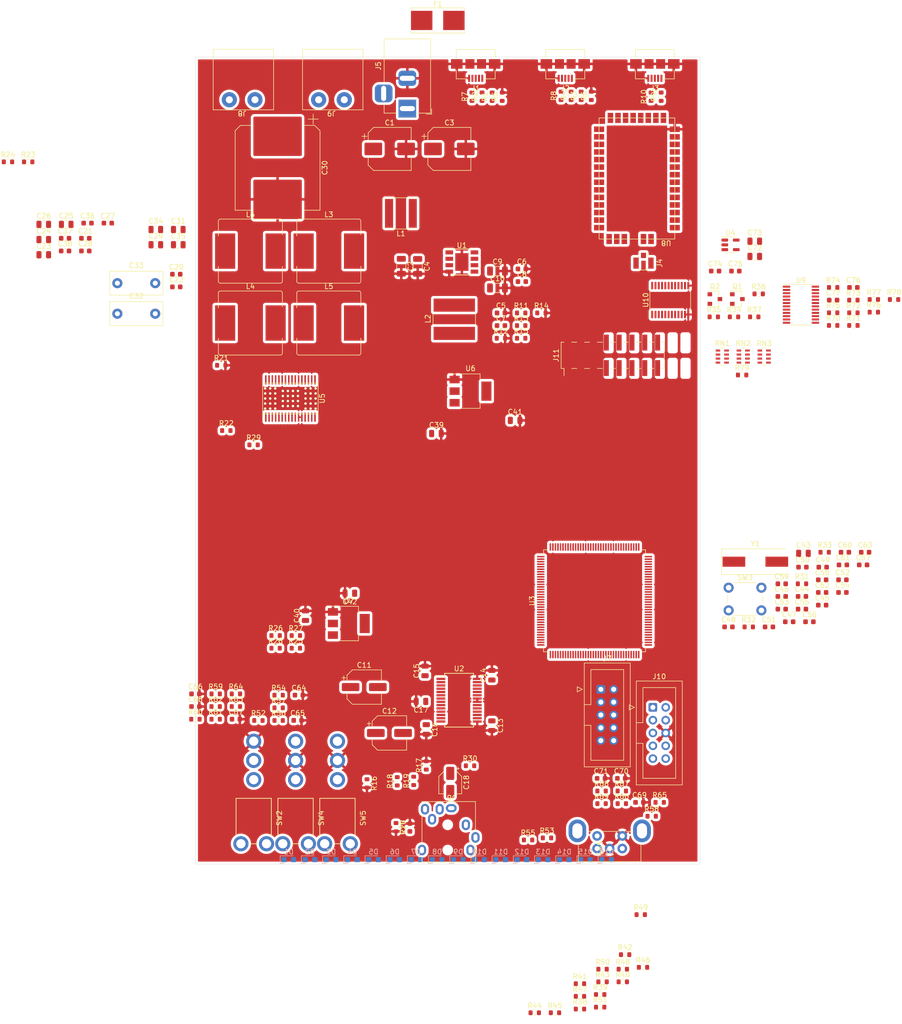
<source format=kicad_pcb>
(kicad_pcb (version 20201116) (generator pcbnew)

  (general
    (thickness 1.6)
  )

  (paper "A4")
  (layers
    (0 "F.Cu" signal)
    (31 "B.Cu" signal)
    (32 "B.Adhes" user "B.Adhesive")
    (33 "F.Adhes" user "F.Adhesive")
    (34 "B.Paste" user)
    (35 "F.Paste" user)
    (36 "B.SilkS" user "B.Silkscreen")
    (37 "F.SilkS" user "F.Silkscreen")
    (38 "B.Mask" user)
    (39 "F.Mask" user)
    (40 "Dwgs.User" user "User.Drawings")
    (41 "Cmts.User" user "User.Comments")
    (42 "Eco1.User" user "User.Eco1")
    (43 "Eco2.User" user "User.Eco2")
    (44 "Edge.Cuts" user)
    (45 "Margin" user)
    (46 "B.CrtYd" user "B.Courtyard")
    (47 "F.CrtYd" user "F.Courtyard")
    (48 "B.Fab" user)
    (49 "F.Fab" user)
  )

  (setup
    (pcbplotparams
      (layerselection 0x00010fc_ffffffff)
      (disableapertmacros false)
      (usegerberextensions false)
      (usegerberattributes true)
      (usegerberadvancedattributes true)
      (creategerberjobfile true)
      (svguseinch false)
      (svgprecision 6)
      (excludeedgelayer true)
      (plotframeref false)
      (viasonmask false)
      (mode 1)
      (useauxorigin false)
      (hpglpennumber 1)
      (hpglpenspeed 20)
      (hpglpendiameter 15.000000)
      (psnegative false)
      (psa4output false)
      (plotreference true)
      (plotvalue true)
      (plotinvisibletext false)
      (sketchpadsonfab false)
      (subtractmaskfromsilk false)
      (outputformat 1)
      (mirror false)
      (drillshape 1)
      (scaleselection 1)
      (outputdirectory "")
    )
  )


  (net 0 "")
  (net 1 "/~SPK_FAULT")
  (net 2 "/Processor/~RST")
  (net 3 "Net-(J10-Pad5)")
  (net 4 "/Processor/SWCLK")
  (net 5 "/~SPK_SD")
  (net 6 "/HP_DETECT")
  (net 7 "+5V")
  (net 8 "Net-(J10-Pad3)")
  (net 9 "/Processor/SWDIO")
  (net 10 "/Bluetooth/SCL")
  (net 11 "/MIC2")
  (net 12 "GND")
  (net 13 "Net-(R58-Pad2)")
  (net 14 "Net-(R59-Pad2)")
  (net 15 "/MIC1")
  (net 16 "Net-(D1-Pad1)")
  (net 17 "Net-(C31-Pad1)")
  (net 18 "Net-(C25-Pad2)")
  (net 19 "Net-(C24-Pad2)")
  (net 20 "Net-(C24-Pad1)")
  (net 21 "Net-(C25-Pad1)")
  (net 22 "Net-(C1-Pad1)")
  (net 23 "/19V_ANALOG")
  (net 24 "Net-(C5-Pad1)")
  (net 25 "Net-(C6-Pad1)")
  (net 26 "Net-(C7-Pad1)")
  (net 27 "Net-(C7-Pad2)")
  (net 28 "Net-(C8-Pad1)")
  (net 29 "+3.3VA")
  (net 30 "Net-(C11-Pad1)")
  (net 31 "Net-(C11-Pad2)")
  (net 32 "Net-(C12-Pad1)")
  (net 33 "Net-(C12-Pad2)")
  (net 34 "Net-(C13-Pad1)")
  (net 35 "/Speaker Amplifier/3.3V")
  (net 36 "Net-(C18-Pad1)")
  (net 37 "Net-(C18-Pad2)")
  (net 38 "Net-(C20-Pad1)")
  (net 39 "Net-(C23-Pad1)")
  (net 40 "Net-(C23-Pad2)")
  (net 41 "Net-(C26-Pad1)")
  (net 42 "Net-(C26-Pad2)")
  (net 43 "Net-(C29-Pad1)")
  (net 44 "Net-(C32-Pad1)")
  (net 45 "Net-(C33-Pad1)")
  (net 46 "Net-(C36-Pad1)")
  (net 47 "Net-(C36-Pad2)")
  (net 48 "Net-(C37-Pad1)")
  (net 49 "Net-(F1-Pad2)")
  (net 50 "Net-(J1-Pad1)")
  (net 51 "Net-(J1-Pad2)")
  (net 52 "Net-(J1-Pad3)")
  (net 53 "Net-(J1-Pad4)")
  (net 54 "Net-(J2-Pad1)")
  (net 55 "Net-(J2-Pad2)")
  (net 56 "Net-(J2-Pad3)")
  (net 57 "Net-(J2-Pad4)")
  (net 58 "Net-(J3-Pad1)")
  (net 59 "Net-(J3-Pad2)")
  (net 60 "Net-(J3-Pad3)")
  (net 61 "Net-(J3-Pad4)")
  (net 62 "Net-(J5-Pad3)")
  (net 63 "/Processor/USB1_DETECT")
  (net 64 "/Processor/USB1_DM")
  (net 65 "/Processor/USB2_DETECT")
  (net 66 "/Processor/USB2_DM")
  (net 67 "/Processor/USB1_DP")
  (net 68 "/Processor/USB2_DP")
  (net 69 "/Bluetooth/USB3_DM")
  (net 70 "/Bluetooth/USB3_DP")
  (net 71 "Net-(R11-Pad1)")
  (net 72 "Net-(R13-Pad1)")
  (net 73 "Net-(R18-Pad2)")
  (net 74 "Net-(R19-Pad2)")
  (net 75 "Net-(R22-Pad1)")
  (net 76 "Net-(SW2-Pad1)")
  (net 77 "Net-(D2-Pad1)")
  (net 78 "/BT2")
  (net 79 "Net-(U2-Pad2)")
  (net 80 "Net-(J4-Pad1)")
  (net 81 "Net-(J4-Pad2)")
  (net 82 "/AMP_I2C_SDA")
  (net 83 "Net-(R25-Pad2)")
  (net 84 "Net-(U2-Pad12)")
  (net 85 "Net-(U2-Pad13)")
  (net 86 "Net-(U2-Pad19)")
  (net 87 "Net-(U2-Pad20)")
  (net 88 "/SDO")
  (net 89 "Net-(R26-Pad2)")
  (net 90 "Net-(D3-Pad1)")
  (net 91 "Net-(U2-Pad26)")
  (net 92 "Net-(U3-Pad1)")
  (net 93 "Net-(U3-Pad2)")
  (net 94 "Net-(U3-Pad3)")
  (net 95 "Net-(U3-Pad4)")
  (net 96 "Net-(U3-Pad5)")
  (net 97 "+3V3")
  (net 98 "Net-(U3-Pad7)")
  (net 99 "Net-(U3-Pad8)")
  (net 100 "Net-(U3-Pad9)")
  (net 101 "/BT_I2C_SDA")
  (net 102 "/BT_I2C_SCL")
  (net 103 "Net-(U3-Pad12)")
  (net 104 "Net-(U3-Pad13)")
  (net 105 "Net-(U3-Pad14)")
  (net 106 "Net-(U3-Pad15)")
  (net 107 "Net-(U3-Pad18)")
  (net 108 "Net-(U3-Pad19)")
  (net 109 "Net-(U3-Pad20)")
  (net 110 "Net-(U3-Pad21)")
  (net 111 "Net-(U3-Pad22)")
  (net 112 "Net-(C49-Pad2)")
  (net 113 "Net-(C50-Pad2)")
  (net 114 "/Bluetooth/SCL_1V8")
  (net 115 "Net-(U3-Pad26)")
  (net 116 "Net-(U3-Pad27)")
  (net 117 "/AMP_I2S_SDI")
  (net 118 "/AMP_I2S_SDO")
  (net 119 "/Bluetooth/SDA")
  (net 120 "Net-(U3-Pad34)")
  (net 121 "Net-(U3-Pad35)")
  (net 122 "Net-(U3-Pad36)")
  (net 123 "Net-(U3-Pad37)")
  (net 124 "Net-(U3-Pad40)")
  (net 125 "Net-(U3-Pad41)")
  (net 126 "Net-(U3-Pad42)")
  (net 127 "Net-(U3-Pad43)")
  (net 128 "Net-(U3-Pad44)")
  (net 129 "Net-(U3-Pad45)")
  (net 130 "Net-(U3-Pad46)")
  (net 131 "Net-(U3-Pad47)")
  (net 132 "Net-(U3-Pad48)")
  (net 133 "Net-(U3-Pad49)")
  (net 134 "Net-(U3-Pad50)")
  (net 135 "Net-(R27-Pad2)")
  (net 136 "Net-(R28-Pad2)")
  (net 137 "Net-(U3-Pad56)")
  (net 138 "Net-(U3-Pad57)")
  (net 139 "Net-(U3-Pad58)")
  (net 140 "Net-(U3-Pad59)")
  (net 141 "Net-(U3-Pad60)")
  (net 142 "Net-(U3-Pad63)")
  (net 143 "Net-(U3-Pad64)")
  (net 144 "Net-(U3-Pad65)")
  (net 145 "Net-(U3-Pad66)")
  (net 146 "Net-(U3-Pad67)")
  (net 147 "Net-(U3-Pad68)")
  (net 148 "/AMP_I2S_CK")
  (net 149 "Net-(U3-Pad70)")
  (net 150 "Net-(C52-Pad1)")
  (net 151 "Net-(U3-Pad73)")
  (net 152 "Net-(U3-Pad77)")
  (net 153 "Net-(U3-Pad78)")
  (net 154 "Net-(U3-Pad79)")
  (net 155 "Net-(U3-Pad80)")
  (net 156 "Net-(U3-Pad81)")
  (net 157 "Net-(U3-Pad82)")
  (net 158 "Net-(U3-Pad85)")
  (net 159 "Net-(U3-Pad86)")
  (net 160 "Net-(U3-Pad87)")
  (net 161 "Net-(U3-Pad88)")
  (net 162 "Net-(U3-Pad89)")
  (net 163 "Net-(U3-Pad90)")
  (net 164 "Net-(U3-Pad91)")
  (net 165 "Net-(U3-Pad92)")
  (net 166 "Net-(U3-Pad93)")
  (net 167 "/AMP_I2S_MCK")
  (net 168 "/BT_I2S_MCK")
  (net 169 "Net-(U3-Pad98)")
  (net 170 "Net-(U3-Pad99)")
  (net 171 "Net-(U3-Pad100)")
  (net 172 "Net-(U3-Pad101)")
  (net 173 "/Bluetooth/SDA_1V8")
  (net 174 "Net-(C54-Pad1)")
  (net 175 "/BT_I2S_WS")
  (net 176 "Net-(U3-Pad111)")
  (net 177 "Net-(U3-Pad112)")
  (net 178 "Net-(U3-Pad113)")
  (net 179 "Net-(U3-Pad114)")
  (net 180 "Net-(U3-Pad115)")
  (net 181 "Net-(U3-Pad116)")
  (net 182 "Net-(U3-Pad117)")
  (net 183 "Net-(U3-Pad118)")
  (net 184 "Net-(U3-Pad119)")
  (net 185 "Net-(U3-Pad122)")
  (net 186 "Net-(U3-Pad123)")
  (net 187 "Net-(U3-Pad124)")
  (net 188 "Net-(U3-Pad125)")
  (net 189 "Net-(U3-Pad126)")
  (net 190 "Net-(U3-Pad127)")
  (net 191 "Net-(U3-Pad128)")
  (net 192 "Net-(U3-Pad129)")
  (net 193 "Net-(U3-Pad132)")
  (net 194 "/BT_I2S_CK")
  (net 195 "/BT_I2S_SDI")
  (net 196 "/BT_I2S_SDO")
  (net 197 "/Bluetooth/SPI{slash}~PCM")
  (net 198 "Net-(U3-Pad139)")
  (net 199 "/AMP_I2S_WS")
  (net 200 "Net-(U3-Pad141)")
  (net 201 "Net-(U3-Pad142)")
  (net 202 "Net-(R52-Pad2)")
  (net 203 "Net-(D4-Pad1)")
  (net 204 "Net-(R54-Pad2)")
  (net 205 "Net-(R29-Pad2)")
  (net 206 "Net-(R30-Pad2)")
  (net 207 "Net-(U8-Pad39)")
  (net 208 "/Bluetooth/WS")
  (net 209 "/Bluetooth/CK")
  (net 210 "Net-(U8-Pad36)")
  (net 211 "Net-(U8-Pad35)")
  (net 212 "Net-(U8-Pad34)")
  (net 213 "Net-(U8-Pad33)")
  (net 214 "Net-(U8-Pad32)")
  (net 215 "Net-(U8-Pad31)")
  (net 216 "Net-(U8-Pad30)")
  (net 217 "Net-(U8-Pad29)")
  (net 218 "Net-(U8-Pad28)")
  (net 219 "/Bluetooth/SDI")
  (net 220 "/Bluetooth/SDO")
  (net 221 "Net-(U9-Pad8)")
  (net 222 "Net-(U8-Pad24)")
  (net 223 "/Bluetooth/3V3_BT")
  (net 224 "Net-(U8-Pad20)")
  (net 225 "Net-(U8-Pad17)")
  (net 226 "Net-(U8-Pad16)")
  (net 227 "Net-(U8-Pad12)")
  (net 228 "/Bluetooth/1V8_BT")
  (net 229 "/Bluetooth/SDO_3V3")
  (net 230 "Net-(R74-Pad1)")
  (net 231 "/Bluetooth/P29_1V8")
  (net 232 "/Bluetooth/P30_1V8")
  (net 233 "/Bluetooth/P18_1V8")
  (net 234 "/Bluetooth/P18")
  (net 235 "/Bluetooth/P31_1V8")
  (net 236 "/Bluetooth/P8_1V8")
  (net 237 "/Bluetooth/P9_1V8")
  (net 238 "/Bluetooth/P31")
  (net 239 "+1V8")
  (net 240 "/Bluetooth/P30")
  (net 241 "/Bluetooth/P29")
  (net 242 "/Bluetooth/P9")
  (net 243 "Net-(U9-Pad7)")
  (net 244 "/Bluetooth/P21_1V8")
  (net 245 "/Bluetooth/P21")
  (net 246 "/Bluetooth/P8")
  (net 247 "/Bluetooth/SPI{slash}~PCM_1V8")
  (net 248 "/Bluetooth/MFB")
  (net 249 "/Bluetooth/SDO_1V8")
  (net 250 "Net-(U10-Pad3)")
  (net 251 "/Bluetooth/SDI_1V8")
  (net 252 "Net-(U10-Pad4)")
  (net 253 "Net-(U10-Pad5)")
  (net 254 "Net-(U10-Pad6)")
  (net 255 "Net-(U9-Pad6)")
  (net 256 "Net-(U9-Pad4)")
  (net 257 "Net-(U9-Pad5)")
  (net 258 "Net-(U10-Pad17)")
  (net 259 "Net-(R32-Pad2)")
  (net 260 "Net-(U10-Pad16)")
  (net 261 "Net-(J10-Pad10)")
  (net 262 "Net-(J10-Pad8)")
  (net 263 "Net-(J10-Pad9)")
  (net 264 "Net-(J10-Pad7)")
  (net 265 "/Bluetooth/CK_1V8")
  (net 266 "/Bluetooth/WS_1V8")
  (net 267 "Net-(R60-Pad2)")
  (net 268 "Net-(D5-Pad1)")
  (net 269 "Net-(R63-Pad2)")
  (net 270 "Net-(D6-Pad1)")
  (net 271 "Net-(D7-Pad1)")
  (net 272 "Net-(D8-Pad1)")
  (net 273 "Net-(D9-Pad1)")
  (net 274 "Net-(D10-Pad1)")
  (net 275 "Net-(D11-Pad1)")
  (net 276 "Net-(D12-Pad1)")
  (net 277 "Net-(D13-Pad1)")
  (net 278 "Net-(D14-Pad1)")
  (net 279 "Net-(D15-Pad1)")
  (net 280 "Net-(D16-Pad1)")
  (net 281 "/AMP_I2C_SCL")
  (net 282 "/VOL0")
  (net 283 "/VOL1")
  (net 284 "/VOL2")
  (net 285 "/VOL3")
  (net 286 "/VOL4")
  (net 287 "/VOL5")
  (net 288 "/VOL6")
  (net 289 "/VOL7")
  (net 290 "/VOL8")
  (net 291 "/VOL9")
  (net 292 "/VOL10")
  (net 293 "/VOL11")
  (net 294 "/VOL12")
  (net 295 "/VOL13")
  (net 296 "/VOL14")
  (net 297 "/BT1")
  (net 298 "/VOL15")
  (net 299 "/ENC_SW")
  (net 300 "Net-(R66-Pad2)")
  (net 301 "/PWR")
  (net 302 "Net-(R67-Pad2)")
  (net 303 "/ENC_A")
  (net 304 "/ENC_B")
  (net 305 "Net-(J6-PadT)")
  (net 306 "Net-(J6-PadSW2)")
  (net 307 "Net-(J6-PadSW1)")
  (net 308 "Net-(J6-PadS)")
  (net 309 "Net-(J6-PadR2)")
  (net 310 "Net-(J6-PadR1)")
  (net 311 "Net-(J6-PadG)")
  (net 312 "Net-(J7-Pad10)")
  (net 313 "/IR")
  (net 314 "/FRONT_SCLK")
  (net 315 "/FRONT_RCLK")
  (net 316 "/FRONT_MOSI")
  (net 317 "Net-(J7-Pad9)")
  (net 318 "Net-(J7-Pad7)")
  (net 319 "/FRONT_~RST")
  (net 320 "Net-(U4-Pad4)")
  (net 321 "Net-(U10-Pad15)")
  (net 322 "Net-(U10-Pad14)")
  (net 323 "Net-(U9-Pad10)")
  (net 324 "Net-(U9-Pad9)")
  (net 325 "Net-(U10-Pad21)")
  (net 326 "Net-(U10-Pad20)")
  (net 327 "Net-(U10-Pad19)")
  (net 328 "Net-(U10-Pad18)")
  (net 329 "/Bluetooth/P6")
  (net 330 "/Bluetooth/P7")
  (net 331 "/Bluetooth/P16")
  (net 332 "/Bluetooth/P17")
  (net 333 "/Bluetooth/P17_1V8")
  (net 334 "/Bluetooth/P16_1V8")
  (net 335 "/Bluetooth/P7_1V8")
  (net 336 "/Bluetooth/P6_1V8")

  (footprint "Resistor_SMD:R_0603_1608Metric" (layer "F.Cu") (at 137.45 32.725 90))

  (footprint "Resistor_SMD:R_0603_1608Metric" (layer "F.Cu") (at 139.45 32.725 90))

  (footprint "Resistor_SMD:R_0603_1608Metric" (layer "F.Cu") (at 143.45 32.725 90))

  (footprint "Resistor_SMD:R_0603_1608Metric" (layer "F.Cu") (at 123.8 32.9 90))

  (footprint "Connector_USB:USB_Micro-B_Amphenol_10104110_Horizontal" (layer "F.Cu") (at 138.3 27.7 180))

  (footprint "Package_QFP:LQFP-144_20x20mm_P0.5mm" (layer "F.Cu") (at 144.1 132.8 90))

  (footprint "Connector_USB:USB_Micro-B_Amphenol_10104110_Horizontal" (layer "F.Cu") (at 156.05 27.7 180))

  (footprint "Resistor_SMD:R_0603_1608Metric" (layer "F.Cu") (at 125.8 32.9 90))

  (footprint "Resistor_SMD:R_0603_1608Metric" (layer "F.Cu") (at 119.8 32.9 90))

  (footprint "Resistor_SMD:R_0603_1608Metric" (layer "F.Cu") (at 157.3 32.9 90))

  (footprint "Resistor_SMD:R_0603_1608Metric" (layer "F.Cu") (at 121.8 32.9 90))

  (footprint "Resistor_SMD:R_0603_1608Metric" (layer "F.Cu") (at 141.45 32.725 90))

  (footprint "Package_SO:SSOP-28_5.3x10.2mm_P0.65mm" (layer "F.Cu") (at 117.25 152.5))

  (footprint "Package_SO:Diodes_SO-8EP" (layer "F.Cu") (at 117.8025 65.655))

  (footprint "Connector_USB:USB_Micro-B_Amphenol_10104110_Horizontal" (layer "F.Cu") (at 120.55 27.7 180))

  (footprint "Resistor_SMD:R_0603_1608Metric" (layer "F.Cu") (at 155.3 32.9 90))

  (footprint "Connector_BarrelJack:BarrelJack_Horizontal" (layer "F.Cu") (at 107 35.25 -90))

  (footprint "Capacitor_SMD:C_0805_2012Metric" (layer "F.Cu") (at 123.75 157.55 -90))

  (footprint "Capacitor_SMD:C_0805_2012Metric" (layer "F.Cu") (at 123.75 147.55 90))

  (footprint "Capacitor_SMD:C_0805_2012Metric" (layer "F.Cu") (at 110.5 146.7 90))

  (footprint "Resistor_SMD:R_0603_1608Metric" (layer "F.Cu") (at 99 169 -90))

  (footprint "Resistor_SMD:R_0603_1608Metric" (layer "F.Cu") (at 110.75 165.425 90))

  (footprint "Capacitor_SMD:C_0805_2012Metric" (layer "F.Cu") (at 110.75 158.3 -90))

  (footprint "Capacitor_SMD:C_0805_2012Metric" (layer "F.Cu") (at 109.7 152.75 180))

  (footprint "Capacitor_SMD:C_0603_1608Metric" (layer "F.Cu") (at 125.55 75.75))

  (footprint "Capacitor_SMD:C_0603_1608Metric" (layer "F.Cu") (at 125.55 78.26))

  (footprint "Resistor_SMD:R_0603_1608Metric" (layer "F.Cu") (at 129.56 75.75))

  (footprint "Resistor_SMD:R_0603_1608Metric" (layer "F.Cu") (at 125.55 80.77))

  (footprint "Resistor_SMD:R_0603_1608Metric" (layer "F.Cu") (at 129.56 78.26))

  (footprint "Resistor_SMD:R_0603_1608Metric" (layer "F.Cu") (at 133.57 75.75))

  (footprint "Resistor_SMD:R_0603_1608Metric" (layer "F.Cu") (at 129.56 80.77))

  (footprint "Resistor_SMD:R_0603_1608Metric" (layer "F.Cu") (at 108.25 168.5 90))

  (footprint "Resistor_SMD:R_0603_1608Metric" (layer "F.Cu") (at 104.75 177.675 -90))

  (footprint "Resistor_SMD:R_0603_1608Metric" (layer "F.Cu") (at 105 168.575 90))

  (footprint "Capacitor_SMD:CP_Elec_8x10" (layer "F.Cu") (at 103.5 43.25))

  (footprint "Capacitor_SMD:C_1206_3216Metric" (layer "F.Cu") (at 105.8 66.5 -90))

  (footprint "Capacitor_SMD:CP_Elec_8x10" (layer "F.Cu") (at 115.33 43.25))

  (footprint "Capacitor_SMD:C_1206_3216Metric" (layer "F.Cu") (at 109.05 66.525 -90))

  (footprint "Inductor_SMD:L_Bourns-SRN8040_8x8.15mm" (layer "F.Cu") (at 116.3 77 90))

  (footprint "Capacitor_SMD:C_0603_1608Metric" (layer "F.Cu") (at 107.5 177.725 90))

  (footprint "Inductor_SMD:L_Taiyo-Yuden_NR-60xx" (layer "F.Cu") (at 105.72 56.02 180))

  (footprint "Capacitor_SMD:CP_Elec_6.3x7.7" (layer "F.Cu") (at 98.45 149.9))

  (footprint "Capacitor_SMD:CP_Elec_6.3x7.7" (layer "F.Cu")
    (tedit 5BCA39D0) (tstamp 00000000-0000-0000-0000-00005fb07a2f)
    (at 103.45 159)
    (descr "SMD capacitor, aluminum electrolytic, Nichicon, 6.3x7.7mm")
    (tags "capacitor electrolytic")
    (property "Dateiname Blatt" "headphone-amp.kicad_sch")
    (property "Schaltplanname" "Headphone Amplifier")
    (path "/00000000-0000-0000-0000-00005fa5bd36/00000000-0000-0000-0000-00005fb761de")
    (attr smd)
    (fp_text reference "C12" (at 0 -4.35) (layer "F.SilkS")
      (effects (font (size 1 1) (thickness 0.15)))
      (tstamp a64ec2c1-a9af-4f7b-9a31-eb3f672f9902)
    )
    (fp_text value "220uF" (at 0 4.35) (layer "F.Fab")
      (effects (font (size 1 1) (thickness 0.15)))
      (tstamp 1ff3873f-285a-4a30-8ebc-7b3fe0bb7981)
    )
    (fp_text user "${REFERENCE}" (at 0 0) (layer "F.Fab")
      (effects (font (size 1 1) (thickness 0.15)))
      (tstamp 8ed30ed8-073e-464f-99ee-ca229a6b2865)
    )
    (fp_line (start -3.41 -2.345563) (end -2.345563 -3.41) (layer "F.SilkS") (width 0.12) (tstamp 0a04f58f-f25e-4841-a9e7-22e05aac0664))
    (fp_line (start -3.41 2.345563) (end -3.41 1.06) (layer "F.SilkS") (width 0.12) (tstamp 1b422f8d-be42-48a9-affe-79513a3cefbc))
    (fp_line (start -4.4375 -1.8475) (end -3.65 -1.8475) (layer "F.SilkS") (width 0.12) (tstamp 404e15e4-75a8-451f-b270-8ca63c21e5ea))
    (fp_line (start -3.41 2.345563) (end -2.345563 3.41) (layer "F.SilkS") (width 0.12) (tstamp 4a4a0e66-8d00-4129-a8b7-2a7c23a810d8))
    (fp_line (start -2.345563 3.41) (end 3.41 3.41) (layer "F.SilkS") (width 0.12) (tstamp 774834b8-af25-4cf6-9b6f-d36bb8d416fe))
    (fp_line (start -3.41 -2.345563) (end -3.41 -1.06) (layer "F.SilkS") (width 0.12) (tstamp b43ee947-ce47-4858-8a25-51145111d02a))
    (fp_line (start -4.04375 -2.24125) (end -4.04375 -1.45375) (layer "F.SilkS") (width 0.12) (tstamp baadaa39-51
... [1479887 chars truncated]
</source>
